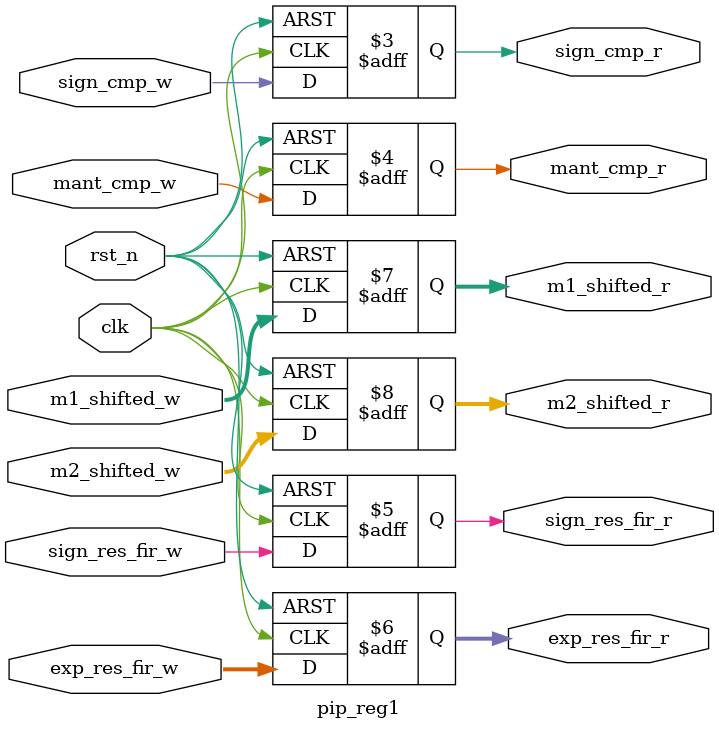
<source format=sv>
module pip_reg1(
    // Input Signal
    clk,
    rst_n,
    sign_cmp_w,
    mant_cmp_w,
    sign_res_fir_w,
    exp_res_fir_w,
    m1_shifted_w,
    m2_shifted_w,
    // Output Signal
    sign_cmp_r,
    mant_cmp_r,
    sign_res_fir_r,
    exp_res_fir_r,
    m1_shifted_r,
    m2_shifted_r
);

//---------------------------------------------------------------------
//   PARAMETER DEFINITION
//---------------------------------------------------------------------
parameter FLOAT_LEN = 16;
parameter EXP_LEN = 5;
parameter MANT_LEN = 10;

//---------------------------------------------------------------------
//   INPUT AND OUTPUT DECLARATION
//---------------------------------------------------------------------
input clk, rst_n;
input sign_cmp_w, mant_cmp_w, sign_res_fir_w;
input [EXP_LEN-1:0] exp_res_fir_w;
input [(MANT_LEN+6)-1:0] m1_shifted_w, m2_shifted_w;
output logic sign_cmp_r, mant_cmp_r, sign_res_fir_r;
output logic [EXP_LEN-1:0] exp_res_fir_r;
output logic [(MANT_LEN+6)-1:0] m1_shifted_r, m2_shifted_r;

//---------------------------------------------------------------------
//   LOGIC DECLARATION
//---------------------------------------------------------------------

//---------------------------------------------------------------------
//   DESIGN PART
//---------------------------------------------------------------------

always_ff @ (posedge clk or negedge rst_n) begin
    if(!rst_n) begin
        sign_cmp_r      <= 1'b0;
        mant_cmp_r      <= 1'b0;
        sign_res_fir_r  <= 1'b0;
        exp_res_fir_r   <= 5'b0;
        m1_shifted_r    <= 10'b0;
        m2_shifted_r    <= 10'b0;
    end else begin
        sign_cmp_r      <= sign_cmp_w;
        mant_cmp_r      <= mant_cmp_w;
        sign_res_fir_r  <= sign_res_fir_w;
        exp_res_fir_r   <= exp_res_fir_w;
        m1_shifted_r    <= m1_shifted_w;
        m2_shifted_r    <= m2_shifted_w;
    end
end

endmodule
</source>
